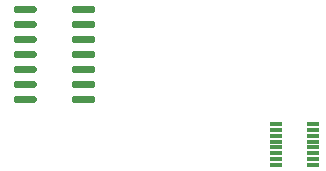
<source format=gbr>
%TF.GenerationSoftware,KiCad,Pcbnew,(5.1.9)-1*%
%TF.CreationDate,2021-01-31T19:48:36-05:00*%
%TF.ProjectId,JoystickCtrl,4a6f7973-7469-4636-9b43-74726c2e6b69,rev?*%
%TF.SameCoordinates,Original*%
%TF.FileFunction,Paste,Top*%
%TF.FilePolarity,Positive*%
%FSLAX46Y46*%
G04 Gerber Fmt 4.6, Leading zero omitted, Abs format (unit mm)*
G04 Created by KiCad (PCBNEW (5.1.9)-1) date 2021-01-31 19:48:36*
%MOMM*%
%LPD*%
G01*
G04 APERTURE LIST*
%ADD10R,0.977900X0.304800*%
G04 APERTURE END LIST*
D10*
%TO.C,MUX1*%
X174263050Y-93500001D03*
X174263050Y-94000000D03*
X174263050Y-94500002D03*
X174263050Y-95000000D03*
X174263050Y-95500000D03*
X174263050Y-96000001D03*
X174263050Y-96500000D03*
X174263050Y-97000002D03*
X171176950Y-96999999D03*
X171176950Y-96500000D03*
X171176950Y-95999998D03*
X171176950Y-95500000D03*
X171176950Y-95000000D03*
X171176950Y-94499999D03*
X171176950Y-94000000D03*
X171176950Y-93499998D03*
%TD*%
%TO.C,DigiPOT1*%
G36*
G01*
X150900000Y-91290000D02*
X150900000Y-91590000D01*
G75*
G02*
X150750000Y-91740000I-150000J0D01*
G01*
X149100000Y-91740000D01*
G75*
G02*
X148950000Y-91590000I0J150000D01*
G01*
X148950000Y-91290000D01*
G75*
G02*
X149100000Y-91140000I150000J0D01*
G01*
X150750000Y-91140000D01*
G75*
G02*
X150900000Y-91290000I0J-150000D01*
G01*
G37*
G36*
G01*
X150900000Y-90020000D02*
X150900000Y-90320000D01*
G75*
G02*
X150750000Y-90470000I-150000J0D01*
G01*
X149100000Y-90470000D01*
G75*
G02*
X148950000Y-90320000I0J150000D01*
G01*
X148950000Y-90020000D01*
G75*
G02*
X149100000Y-89870000I150000J0D01*
G01*
X150750000Y-89870000D01*
G75*
G02*
X150900000Y-90020000I0J-150000D01*
G01*
G37*
G36*
G01*
X150900000Y-88750000D02*
X150900000Y-89050000D01*
G75*
G02*
X150750000Y-89200000I-150000J0D01*
G01*
X149100000Y-89200000D01*
G75*
G02*
X148950000Y-89050000I0J150000D01*
G01*
X148950000Y-88750000D01*
G75*
G02*
X149100000Y-88600000I150000J0D01*
G01*
X150750000Y-88600000D01*
G75*
G02*
X150900000Y-88750000I0J-150000D01*
G01*
G37*
G36*
G01*
X150900000Y-87480000D02*
X150900000Y-87780000D01*
G75*
G02*
X150750000Y-87930000I-150000J0D01*
G01*
X149100000Y-87930000D01*
G75*
G02*
X148950000Y-87780000I0J150000D01*
G01*
X148950000Y-87480000D01*
G75*
G02*
X149100000Y-87330000I150000J0D01*
G01*
X150750000Y-87330000D01*
G75*
G02*
X150900000Y-87480000I0J-150000D01*
G01*
G37*
G36*
G01*
X150900000Y-86210000D02*
X150900000Y-86510000D01*
G75*
G02*
X150750000Y-86660000I-150000J0D01*
G01*
X149100000Y-86660000D01*
G75*
G02*
X148950000Y-86510000I0J150000D01*
G01*
X148950000Y-86210000D01*
G75*
G02*
X149100000Y-86060000I150000J0D01*
G01*
X150750000Y-86060000D01*
G75*
G02*
X150900000Y-86210000I0J-150000D01*
G01*
G37*
G36*
G01*
X150900000Y-84940000D02*
X150900000Y-85240000D01*
G75*
G02*
X150750000Y-85390000I-150000J0D01*
G01*
X149100000Y-85390000D01*
G75*
G02*
X148950000Y-85240000I0J150000D01*
G01*
X148950000Y-84940000D01*
G75*
G02*
X149100000Y-84790000I150000J0D01*
G01*
X150750000Y-84790000D01*
G75*
G02*
X150900000Y-84940000I0J-150000D01*
G01*
G37*
G36*
G01*
X150900000Y-83670000D02*
X150900000Y-83970000D01*
G75*
G02*
X150750000Y-84120000I-150000J0D01*
G01*
X149100000Y-84120000D01*
G75*
G02*
X148950000Y-83970000I0J150000D01*
G01*
X148950000Y-83670000D01*
G75*
G02*
X149100000Y-83520000I150000J0D01*
G01*
X150750000Y-83520000D01*
G75*
G02*
X150900000Y-83670000I0J-150000D01*
G01*
G37*
G36*
G01*
X155850000Y-83670000D02*
X155850000Y-83970000D01*
G75*
G02*
X155700000Y-84120000I-150000J0D01*
G01*
X154050000Y-84120000D01*
G75*
G02*
X153900000Y-83970000I0J150000D01*
G01*
X153900000Y-83670000D01*
G75*
G02*
X154050000Y-83520000I150000J0D01*
G01*
X155700000Y-83520000D01*
G75*
G02*
X155850000Y-83670000I0J-150000D01*
G01*
G37*
G36*
G01*
X155850000Y-84940000D02*
X155850000Y-85240000D01*
G75*
G02*
X155700000Y-85390000I-150000J0D01*
G01*
X154050000Y-85390000D01*
G75*
G02*
X153900000Y-85240000I0J150000D01*
G01*
X153900000Y-84940000D01*
G75*
G02*
X154050000Y-84790000I150000J0D01*
G01*
X155700000Y-84790000D01*
G75*
G02*
X155850000Y-84940000I0J-150000D01*
G01*
G37*
G36*
G01*
X155850000Y-86210000D02*
X155850000Y-86510000D01*
G75*
G02*
X155700000Y-86660000I-150000J0D01*
G01*
X154050000Y-86660000D01*
G75*
G02*
X153900000Y-86510000I0J150000D01*
G01*
X153900000Y-86210000D01*
G75*
G02*
X154050000Y-86060000I150000J0D01*
G01*
X155700000Y-86060000D01*
G75*
G02*
X155850000Y-86210000I0J-150000D01*
G01*
G37*
G36*
G01*
X155850000Y-87480000D02*
X155850000Y-87780000D01*
G75*
G02*
X155700000Y-87930000I-150000J0D01*
G01*
X154050000Y-87930000D01*
G75*
G02*
X153900000Y-87780000I0J150000D01*
G01*
X153900000Y-87480000D01*
G75*
G02*
X154050000Y-87330000I150000J0D01*
G01*
X155700000Y-87330000D01*
G75*
G02*
X155850000Y-87480000I0J-150000D01*
G01*
G37*
G36*
G01*
X155850000Y-88750000D02*
X155850000Y-89050000D01*
G75*
G02*
X155700000Y-89200000I-150000J0D01*
G01*
X154050000Y-89200000D01*
G75*
G02*
X153900000Y-89050000I0J150000D01*
G01*
X153900000Y-88750000D01*
G75*
G02*
X154050000Y-88600000I150000J0D01*
G01*
X155700000Y-88600000D01*
G75*
G02*
X155850000Y-88750000I0J-150000D01*
G01*
G37*
G36*
G01*
X155850000Y-90020000D02*
X155850000Y-90320000D01*
G75*
G02*
X155700000Y-90470000I-150000J0D01*
G01*
X154050000Y-90470000D01*
G75*
G02*
X153900000Y-90320000I0J150000D01*
G01*
X153900000Y-90020000D01*
G75*
G02*
X154050000Y-89870000I150000J0D01*
G01*
X155700000Y-89870000D01*
G75*
G02*
X155850000Y-90020000I0J-150000D01*
G01*
G37*
G36*
G01*
X155850000Y-91290000D02*
X155850000Y-91590000D01*
G75*
G02*
X155700000Y-91740000I-150000J0D01*
G01*
X154050000Y-91740000D01*
G75*
G02*
X153900000Y-91590000I0J150000D01*
G01*
X153900000Y-91290000D01*
G75*
G02*
X154050000Y-91140000I150000J0D01*
G01*
X155700000Y-91140000D01*
G75*
G02*
X155850000Y-91290000I0J-150000D01*
G01*
G37*
%TD*%
M02*

</source>
